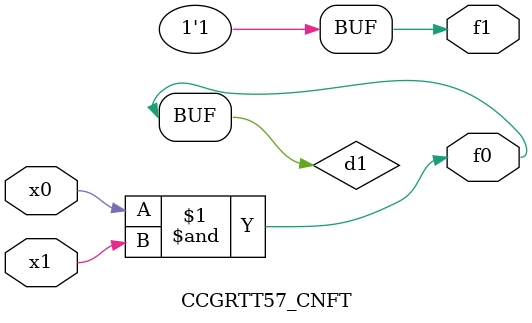
<source format=v>
module CCGRTT57_CNFT(
	input x0, x1,
	output f0, f1
);

	wire d1;

	assign f0 = d1;
	and (d1, x0, x1);
	assign f1 = 1'b1;
endmodule

</source>
